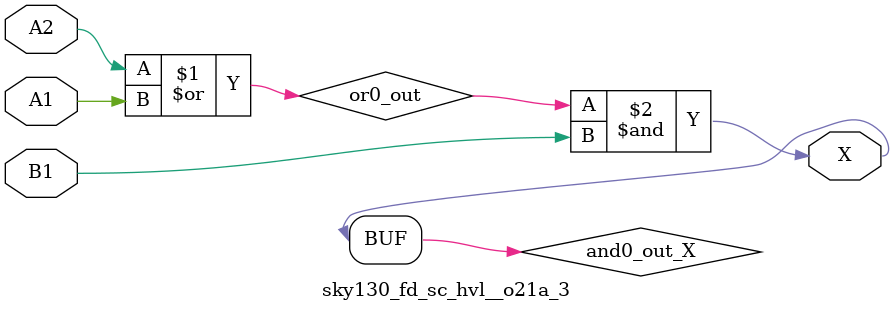
<source format=v>
module sky130_fd_sc_hvl__o21a_3 (
    X ,
    A1,
    A2,
    B1
);
    output X ;
    input  A1;
    input  A2;
    input  B1;
    wire or0_out   ;
    wire and0_out_X;
    or  or0  (or0_out   , A2, A1         );
    and and0 (and0_out_X, or0_out, B1    );
    buf buf0 (X         , and0_out_X     );
endmodule
</source>
